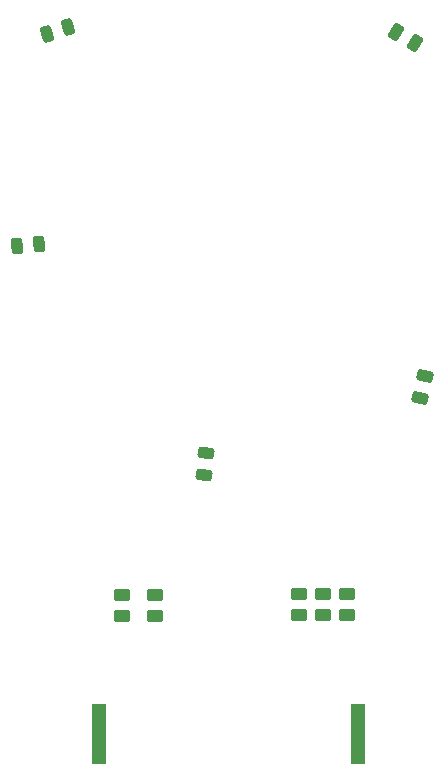
<source format=gbp>
G04 #@! TF.GenerationSoftware,KiCad,Pcbnew,(6.0.10-0)*
G04 #@! TF.CreationDate,2023-08-25T18:06:36+02:00*
G04 #@! TF.ProjectId,SwiftLeeds,53776966-744c-4656-9564-732e6b696361,rev?*
G04 #@! TF.SameCoordinates,Original*
G04 #@! TF.FileFunction,Paste,Bot*
G04 #@! TF.FilePolarity,Positive*
%FSLAX46Y46*%
G04 Gerber Fmt 4.6, Leading zero omitted, Abs format (unit mm)*
G04 Created by KiCad (PCBNEW (6.0.10-0)) date 2023-08-25 18:06:36*
%MOMM*%
%LPD*%
G01*
G04 APERTURE LIST*
G04 Aperture macros list*
%AMRoundRect*
0 Rectangle with rounded corners*
0 $1 Rounding radius*
0 $2 $3 $4 $5 $6 $7 $8 $9 X,Y pos of 4 corners*
0 Add a 4 corners polygon primitive as box body*
4,1,4,$2,$3,$4,$5,$6,$7,$8,$9,$2,$3,0*
0 Add four circle primitives for the rounded corners*
1,1,$1+$1,$2,$3*
1,1,$1+$1,$4,$5*
1,1,$1+$1,$6,$7*
1,1,$1+$1,$8,$9*
0 Add four rect primitives between the rounded corners*
20,1,$1+$1,$2,$3,$4,$5,0*
20,1,$1+$1,$4,$5,$6,$7,0*
20,1,$1+$1,$6,$7,$8,$9,0*
20,1,$1+$1,$8,$9,$2,$3,0*%
G04 Aperture macros list end*
%ADD10RoundRect,0.250000X-0.450000X0.262500X-0.450000X-0.262500X0.450000X-0.262500X0.450000X0.262500X0*%
%ADD11RoundRect,0.243750X-0.423144X0.297536X-0.482555X-0.186330X0.423144X-0.297536X0.482555X0.186330X0*%
%ADD12RoundRect,0.243750X0.203058X0.475758X-0.282587X0.433270X-0.203058X-0.475758X0.282587X-0.433270X0*%
%ADD13RoundRect,0.243750X-0.389725X0.340137X-0.499388X-0.134869X0.389725X-0.340137X0.499388X0.134869X0*%
%ADD14RoundRect,0.243750X-0.439219X-0.273249X-0.017031X-0.516999X0.439219X0.273249X0.017031X0.516999X0*%
%ADD15RoundRect,0.243750X-0.099705X-0.507580X0.366494X-0.365048X0.099705X0.507580X-0.366494X0.365048X0*%
%ADD16R,1.270000X5.080000*%
G04 APERTURE END LIST*
D10*
X222735000Y-96175000D03*
X222735000Y-98000000D03*
X220000000Y-96175000D03*
X220000000Y-98000000D03*
X239000000Y-96087500D03*
X239000000Y-97912500D03*
X237000000Y-96087500D03*
X237000000Y-97912500D03*
X235000000Y-96087500D03*
X235000000Y-97912500D03*
D11*
X227114253Y-84154446D03*
X226885747Y-86015470D03*
D12*
X212933933Y-66518291D03*
X211066067Y-66681709D03*
D13*
X245229248Y-79520194D03*
X245651032Y-77693250D03*
D14*
X243188101Y-48531250D03*
X244811899Y-49468750D03*
D15*
X215438041Y-48152119D03*
X213644969Y-48700315D03*
D16*
X239985000Y-108000000D03*
X218015000Y-108000000D03*
M02*

</source>
